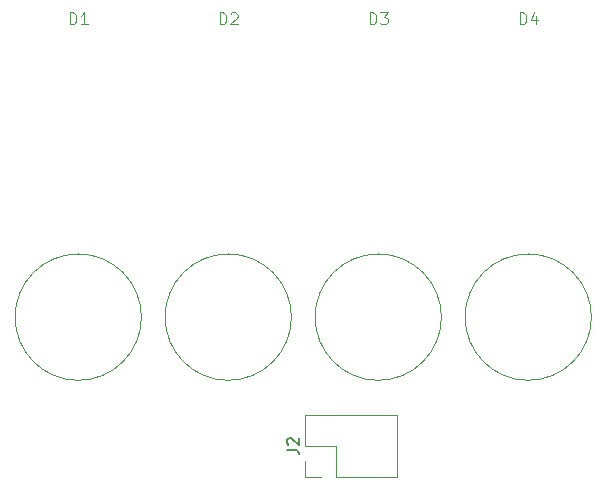
<source format=gbr>
%TF.GenerationSoftware,KiCad,Pcbnew,8.0.3*%
%TF.CreationDate,2024-08-21T15:11:05-06:00*%
%TF.ProjectId,LED_board,4c45445f-626f-4617-9264-2e6b69636164,rev?*%
%TF.SameCoordinates,Original*%
%TF.FileFunction,Legend,Top*%
%TF.FilePolarity,Positive*%
%FSLAX46Y46*%
G04 Gerber Fmt 4.6, Leading zero omitted, Abs format (unit mm)*
G04 Created by KiCad (PCBNEW 8.0.3) date 2024-08-21 15:11:05*
%MOMM*%
%LPD*%
G01*
G04 APERTURE LIST*
%ADD10C,0.150000*%
%ADD11C,0.100000*%
%ADD12C,0.120000*%
G04 APERTURE END LIST*
D10*
X149773819Y-70198333D02*
X150488104Y-70198333D01*
X150488104Y-70198333D02*
X150630961Y-70245952D01*
X150630961Y-70245952D02*
X150726200Y-70341190D01*
X150726200Y-70341190D02*
X150773819Y-70484047D01*
X150773819Y-70484047D02*
X150773819Y-70579285D01*
X149869057Y-69769761D02*
X149821438Y-69722142D01*
X149821438Y-69722142D02*
X149773819Y-69626904D01*
X149773819Y-69626904D02*
X149773819Y-69388809D01*
X149773819Y-69388809D02*
X149821438Y-69293571D01*
X149821438Y-69293571D02*
X149869057Y-69245952D01*
X149869057Y-69245952D02*
X149964295Y-69198333D01*
X149964295Y-69198333D02*
X150059533Y-69198333D01*
X150059533Y-69198333D02*
X150202390Y-69245952D01*
X150202390Y-69245952D02*
X150773819Y-69817380D01*
X150773819Y-69817380D02*
X150773819Y-69198333D01*
D11*
X169441905Y-34167419D02*
X169441905Y-33167419D01*
X169441905Y-33167419D02*
X169680000Y-33167419D01*
X169680000Y-33167419D02*
X169822857Y-33215038D01*
X169822857Y-33215038D02*
X169918095Y-33310276D01*
X169918095Y-33310276D02*
X169965714Y-33405514D01*
X169965714Y-33405514D02*
X170013333Y-33595990D01*
X170013333Y-33595990D02*
X170013333Y-33738847D01*
X170013333Y-33738847D02*
X169965714Y-33929323D01*
X169965714Y-33929323D02*
X169918095Y-34024561D01*
X169918095Y-34024561D02*
X169822857Y-34119800D01*
X169822857Y-34119800D02*
X169680000Y-34167419D01*
X169680000Y-34167419D02*
X169441905Y-34167419D01*
X170870476Y-33500752D02*
X170870476Y-34167419D01*
X170632381Y-33119800D02*
X170394286Y-33834085D01*
X170394286Y-33834085D02*
X171013333Y-33834085D01*
X156741905Y-34167419D02*
X156741905Y-33167419D01*
X156741905Y-33167419D02*
X156980000Y-33167419D01*
X156980000Y-33167419D02*
X157122857Y-33215038D01*
X157122857Y-33215038D02*
X157218095Y-33310276D01*
X157218095Y-33310276D02*
X157265714Y-33405514D01*
X157265714Y-33405514D02*
X157313333Y-33595990D01*
X157313333Y-33595990D02*
X157313333Y-33738847D01*
X157313333Y-33738847D02*
X157265714Y-33929323D01*
X157265714Y-33929323D02*
X157218095Y-34024561D01*
X157218095Y-34024561D02*
X157122857Y-34119800D01*
X157122857Y-34119800D02*
X156980000Y-34167419D01*
X156980000Y-34167419D02*
X156741905Y-34167419D01*
X157646667Y-33167419D02*
X158265714Y-33167419D01*
X158265714Y-33167419D02*
X157932381Y-33548371D01*
X157932381Y-33548371D02*
X158075238Y-33548371D01*
X158075238Y-33548371D02*
X158170476Y-33595990D01*
X158170476Y-33595990D02*
X158218095Y-33643609D01*
X158218095Y-33643609D02*
X158265714Y-33738847D01*
X158265714Y-33738847D02*
X158265714Y-33976942D01*
X158265714Y-33976942D02*
X158218095Y-34072180D01*
X158218095Y-34072180D02*
X158170476Y-34119800D01*
X158170476Y-34119800D02*
X158075238Y-34167419D01*
X158075238Y-34167419D02*
X157789524Y-34167419D01*
X157789524Y-34167419D02*
X157694286Y-34119800D01*
X157694286Y-34119800D02*
X157646667Y-34072180D01*
X144041905Y-34167419D02*
X144041905Y-33167419D01*
X144041905Y-33167419D02*
X144280000Y-33167419D01*
X144280000Y-33167419D02*
X144422857Y-33215038D01*
X144422857Y-33215038D02*
X144518095Y-33310276D01*
X144518095Y-33310276D02*
X144565714Y-33405514D01*
X144565714Y-33405514D02*
X144613333Y-33595990D01*
X144613333Y-33595990D02*
X144613333Y-33738847D01*
X144613333Y-33738847D02*
X144565714Y-33929323D01*
X144565714Y-33929323D02*
X144518095Y-34024561D01*
X144518095Y-34024561D02*
X144422857Y-34119800D01*
X144422857Y-34119800D02*
X144280000Y-34167419D01*
X144280000Y-34167419D02*
X144041905Y-34167419D01*
X144994286Y-33262657D02*
X145041905Y-33215038D01*
X145041905Y-33215038D02*
X145137143Y-33167419D01*
X145137143Y-33167419D02*
X145375238Y-33167419D01*
X145375238Y-33167419D02*
X145470476Y-33215038D01*
X145470476Y-33215038D02*
X145518095Y-33262657D01*
X145518095Y-33262657D02*
X145565714Y-33357895D01*
X145565714Y-33357895D02*
X145565714Y-33453133D01*
X145565714Y-33453133D02*
X145518095Y-33595990D01*
X145518095Y-33595990D02*
X144946667Y-34167419D01*
X144946667Y-34167419D02*
X145565714Y-34167419D01*
X131341905Y-34167419D02*
X131341905Y-33167419D01*
X131341905Y-33167419D02*
X131580000Y-33167419D01*
X131580000Y-33167419D02*
X131722857Y-33215038D01*
X131722857Y-33215038D02*
X131818095Y-33310276D01*
X131818095Y-33310276D02*
X131865714Y-33405514D01*
X131865714Y-33405514D02*
X131913333Y-33595990D01*
X131913333Y-33595990D02*
X131913333Y-33738847D01*
X131913333Y-33738847D02*
X131865714Y-33929323D01*
X131865714Y-33929323D02*
X131818095Y-34024561D01*
X131818095Y-34024561D02*
X131722857Y-34119800D01*
X131722857Y-34119800D02*
X131580000Y-34167419D01*
X131580000Y-34167419D02*
X131341905Y-34167419D01*
X132865714Y-34167419D02*
X132294286Y-34167419D01*
X132580000Y-34167419D02*
X132580000Y-33167419D01*
X132580000Y-33167419D02*
X132484762Y-33310276D01*
X132484762Y-33310276D02*
X132389524Y-33405514D01*
X132389524Y-33405514D02*
X132294286Y-33453133D01*
D12*
%TO.C,J2*%
X151319000Y-72465000D02*
X151319000Y-71135000D01*
X152649000Y-72465000D02*
X151319000Y-72465000D01*
X153919000Y-72465000D02*
X159059000Y-72465000D01*
X153919000Y-72465000D02*
X153919000Y-69865000D01*
X159059000Y-72465000D02*
X159059000Y-67265000D01*
X151319000Y-69865000D02*
X151319000Y-67265000D01*
X153919000Y-69865000D02*
X151319000Y-69865000D01*
X151319000Y-67265000D02*
X159059000Y-67265000D01*
D11*
%TO.C,D4*%
X175530000Y-58960000D02*
G75*
G02*
X164830000Y-58960000I-5350000J0D01*
G01*
X164830000Y-58960000D02*
G75*
G02*
X175530000Y-58960000I5350000J0D01*
G01*
%TO.C,D3*%
X162830000Y-58960000D02*
G75*
G02*
X152130000Y-58960000I-5350000J0D01*
G01*
X152130000Y-58960000D02*
G75*
G02*
X162830000Y-58960000I5350000J0D01*
G01*
%TO.C,D2*%
X150130000Y-58960000D02*
G75*
G02*
X139430000Y-58960000I-5350000J0D01*
G01*
X139430000Y-58960000D02*
G75*
G02*
X150130000Y-58960000I5350000J0D01*
G01*
%TO.C,D1*%
X137430000Y-58960000D02*
G75*
G02*
X126730000Y-58960000I-5350000J0D01*
G01*
X126730000Y-58960000D02*
G75*
G02*
X137430000Y-58960000I5350000J0D01*
G01*
%TD*%
M02*

</source>
